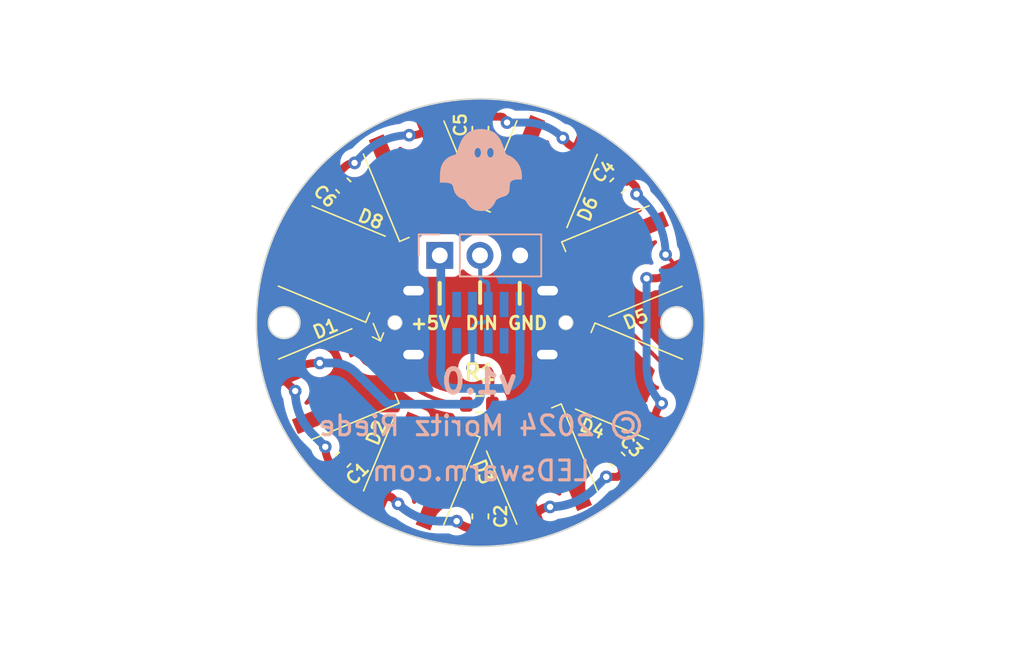
<source format=kicad_pcb>
(kicad_pcb (version 20221018) (generator pcbnew)
  (layers (0 "F.Cu" signal) (31 "B.Cu" signal) (34 "B.Paste" user) (35 "F.Paste" user) (36 "B.SilkS" user "B.Silkscreen") (37 "F.SilkS" user "F.Silkscreen") (38 "B.Mask" user) (39 "F.Mask" user) (44 "Edge.Cuts" user))
  (net 0 "")
  (net 1 "GND")
  (net 2 "Net-(D1-VDD)")
  (net 3 "Net-(D1-DIN)")
  (net 4 "Net-(D1-DOUT)")
  (net 5 "Net-(D2-DOUT)")
  (net 6 "Net-(D3-DOUT)")
  (net 7 "Net-(D4-DOUT)")
  (net 8 "Net-(D5-DOUT)")
  (net 9 "Net-(D6-DOUT)")
  (net 10 "Net-(D7-DOUT)")
  (net 11 "Net-(J1-D+-PadA6)")
  (footprint "Resistor_SMD:R_0603_1608Metric" (layer "F.Cu") (at 49.2 53.806066)
    (fp_text reference "R1" (at 0.05 -2.006066) (layer "F.SilkS") (effects (font (thickness 0.2) bold)))
    (fp_text value "220")
    (fp_line (start -0.237258 -0.5225) (end 0.237258 -0.5225) (stroke (width 0.12)) (layer "F.SilkS"))
    (fp_line (start -0.237258 0.5225) (end 0.237258 0.5225) (stroke (width 0.12)) (layer "F.SilkS"))
    (pad "1" smd roundrect (at -0.825 0) (size 0.8 0.95) (layers "F.Cu" "F.Paste" "F.Mask") (net 3 "Net-(D1-DIN)"))
    (pad "2" smd roundrect (at 0.825 0) (size 0.8 0.95) (layers "F.Cu" "F.Paste" "F.Mask") (net 11 "Net-(J1-D+-PadA6)"))
  )
  (footprint "LED_SMD:LED_SK6812_PLCC4_5.0x5.0mm_P3.2mm" (layer "F.Cu") (at 58.644665 52.53424 157.5)
    (fp_text reference "D4" hide)
    (fp_text value "SK6812" hide)
    (fp_line (start 2.5 -2.75) (end -2.5 -2.75) (stroke (width 0.1)) (layer "F.SilkS"))
    (fp_line (start 3.45 2.1) (end 3.45 2.75) (stroke (width 0.1)) (layer "F.SilkS"))
    (fp_line (start 3.45 2.75) (end -2.525 2.75) (stroke (width 0.1)) (layer "F.SilkS"))
    (pad "1" smd rect (at 2.45 1.6 157.5) (size 1.5 1) (layers "F.Cu" "F.Paste" "F.Mask") (net 1 "GND"))
    (pad "2" smd rect (at 2.45 -1.6 157.5) (size 1.5 1) (layers "F.Cu" "F.Paste" "F.Mask") (net 6 "Net-(D3-DOUT)"))
    (pad "3" smd rect (at -2.45 -1.6 157.5) (size 1.5 1) (layers "F.Cu" "F.Paste" "F.Mask") (net 2 "Net-(D1-VDD)"))
    (pad "4" smd rect (at -2.45 1.6 157.5) (size 1.5 1) (layers "F.Cu" "F.Paste" "F.Mask") (net 7 "Net-(D4-DOUT)"))
  )
  (footprint "Capacitor_SMD:C_0603_1608Metric" (layer "F.Cu") (at 40.605225 57.31206 -135)
    (fp_text reference "C1" (at -0.004833 -1.26057 45) (layer "F.SilkS") (effects (font (size 0.75 0.75))))
    (fp_text value "100nF")
    (fp_line (start -0.14058 -0.51) (end 0.14058 -0.51) (stroke (width 0.12)) (layer "F.SilkS"))
    (fp_line (start -0.14058 0.51) (end 0.14058 0.51) (stroke (width 0.12)) (layer "F.SilkS"))
    (pad "1" smd roundrect (at -0.775 0 225) (size 0.9 0.95) (layers "F.Cu" "F.Paste" "F.Mask") (net 1 "GND"))
    (pad "2" smd roundrect (at 0.775 0 225) (size 0.9 0.95) (layers "F.Cu" "F.Paste" "F.Mask") (net 2 "Net-(D1-VDD)"))
  )
  (footprint "Capacitor_SMD:C_0603_1608Metric" (layer "F.Cu") (at 57.929345 57.31206 -45)
    (fp_text reference "C3" (at 0.006078 -1.225215 135) (layer "F.SilkS") (effects (font (size 0.75 0.75))))
    (fp_text value "100nF")
    (fp_line (start -0.14058 -0.51) (end 0.14058 -0.51) (stroke (width 0.12)) (layer "F.SilkS"))
    (fp_line (start -0.14058 0.51) (end 0.14058 0.51) (stroke (width 0.12)) (layer "F.SilkS"))
    (pad "1" smd roundrect (at -0.775 0 315) (size 0.9 0.95) (layers "F.Cu" "F.Paste" "F.Mask") (net 1 "GND"))
    (pad "2" smd roundrect (at 0.775 0 315) (size 0.9 0.95) (layers "F.Cu" "F.Paste" "F.Mask") (net 2 "Net-(D1-VDD)"))
  )
  (footprint "Capacitor_SMD:C_0603_1608Metric" (layer "F.Cu") (at 40.605225 39.98794 135)
    (fp_text reference "C6" (at 0.34872 -1.285015 135) (layer "F.SilkS") (effects (font (size 0.75 0.75))))
    (fp_text value "100nF")
    (fp_line (start -0.14058 -0.51) (end 0.14058 -0.51) (stroke (width 0.12)) (layer "F.SilkS"))
    (fp_line (start -0.14058 0.51) (end 0.14058 0.51) (stroke (width 0.12)) (layer "F.SilkS"))
    (pad "1" smd roundrect (at -0.775 0 135) (size 0.9 0.95) (layers "F.Cu" "F.Paste" "F.Mask") (net 1 "GND"))
    (pad "2" smd roundrect (at 0.775 0 135) (size 0.9 0.95) (layers "F.Cu" "F.Paste" "F.Mask") (net 2 "Net-(D1-VDD)"))
  )
  (footprint "LED_SMD:LED_SK6812_PLCC4_5.0x5.0mm_P3.2mm" (layer "F.Cu") (at 45.383045 39.27262 -67.5)
    (fp_text reference "D7" hide)
    (fp_text value "SK6812" hide)
    (fp_line (start 2.5 -2.75) (end -2.5 -2.75) (stroke (width 0.1)) (layer "F.SilkS"))
    (fp_line (start 3.45 2.1) (end 3.45 2.75) (stroke (width 0.1)) (layer "F.SilkS"))
    (fp_line (start 3.45 2.75) (end -2.525 2.75) (stroke (width 0.1)) (layer "F.SilkS"))
    (pad "1" smd rect (at 2.45 1.6 292.5) (size 1.5 1) (layers "F.Cu" "F.Paste" "F.Mask") (net 1 "GND"))
    (pad "2" smd rect (at 2.45 -1.6 292.5) (size 1.5 1) (layers "F.Cu" "F.Paste" "F.Mask") (net 9 "Net-(D6-DOUT)"))
    (pad "3" smd rect (at -2.45 -1.6 292.5) (size 1.5 1) (layers "F.Cu" "F.Paste" "F.Mask") (net 2 "Net-(D1-VDD)"))
    (pad "4" smd rect (at -2.45 1.6 292.5) (size 1.5 1) (layers "F.Cu" "F.Paste" "F.Mask") (net 10 "Net-(D7-DOUT)"))
  )
  (footprint "Capacitor_SMD:C_0603_1608Metric" (layer "F.Cu") (at 49.267285 36.4 90)
    (fp_text reference "C5" (at 0.25 -1.267285 90) (layer "F.SilkS") (effects (font (size 0.75 0.75))))
    (fp_text value "100nF")
    (fp_line (start -0.14058 -0.51) (end 0.14058 -0.51) (stroke (width 0.12)) (layer "F.SilkS"))
    (fp_line (start -0.14058 0.51) (end 0.14058 0.51) (stroke (width 0.12)) (layer "F.SilkS"))
    (pad "1" smd roundrect (at -0.775 0 90) (size 0.9 0.95) (layers "F.Cu" "F.Paste" "F.Mask") (net 1 "GND"))
    (pad "2" smd roundrect (at 0.775 0 90) (size 0.9 0.95) (layers "F.Cu" "F.Paste" "F.Mask") (net 2 "Net-(D1-VDD)"))
  )
  (footprint "Capacitor_SMD:C_0603_1608Metric" (layer "F.Cu") (at 49.267285 60.9 -90)
    (fp_text reference "C2" (at 0 -1.282715 90) (layer "F.SilkS") (effects (font (size 0.75 0.75) (thickness 0.15) bold)))
    (fp_text value "100nF")
    (fp_line (start -0.14058 -0.51) (end 0.14058 -0.51) (stroke (width 0.12)) (layer "F.SilkS"))
    (fp_line (start -0.14058 0.51) (end 0.14058 0.51) (stroke (width 0.12)) (layer "F.SilkS"))
    (pad "1" smd roundrect (at -0.775 0 270) (size 0.9 0.95) (layers "F.Cu" "F.Paste" "F.Mask") (net 1 "GND"))
    (pad "2" smd roundrect (at 0.775 0 270) (size 0.9 0.95) (layers "F.Cu" "F.Paste" "F.Mask") (net 2 "Net-(D1-VDD)"))
  )
  (footprint "LED_SMD:LED_SK6812_PLCC4_5.0x5.0mm_P3.2mm" (layer "F.Cu") (at 53.151525 39.27262 -112.5)
    (fp_text reference "D6" hide)
    (fp_text value "SK6812" hide)
    (fp_line (start 2.5 -2.75) (end -2.5 -2.75) (stroke (width 0.1)) (layer "F.SilkS"))
    (fp_line (start 3.45 2.1) (end 3.45 2.75) (stroke (width 0.1)) (layer "F.SilkS"))
    (fp_line (start 3.45 2.75) (end -2.525 2.75) (stroke (width 0.1)) (layer "F.SilkS"))
    (pad "1" smd rect (at 2.45 1.6 247.5) (size 1.5 1) (layers "F.Cu" "F.Paste" "F.Mask") (net 1 "GND"))
    (pad "2" smd rect (at 2.45 -1.6 247.5) (size 1.5 1) (layers "F.Cu" "F.Paste" "F.Mask") (net 8 "Net-(D5-DOUT)"))
    (pad "3" smd rect (at -2.45 -1.6 247.5) (size 1.5 1) (layers "F.Cu" "F.Paste" "F.Mask") (net 2 "Net-(D1-VDD)"))
    (pad "4" smd rect (at -2.45 1.6 247.5) (size 1.5 1) (layers "F.Cu" "F.Paste" "F.Mask") (net 9 "Net-(D6-DOUT)"))
  )
  (footprint "LED_SMD:LED_SK6812_PLCC4_5.0x5.0mm_P3.2mm" (layer "F.Cu") (at 39.889905 44.76576 -22.5)
    (fp_text reference "D8" hide)
    (fp_text value "SK6812" hide)
    (fp_line (start 2.5 -2.75) (end -2.5 -2.75) (stroke (width 0.1)) (layer "F.SilkS"))
    (fp_line (start 3.45 2.1) (end 3.45 2.75) (stroke (width 0.1)) (layer "F.SilkS"))
    (fp_line (start 3.45 2.75) (end -2.525 2.75) (stroke (width 0.1)) (layer "F.SilkS"))
    (pad "1" smd rect (at 2.45 1.6 337.5) (size 1.5 1) (layers "F.Cu" "F.Paste" "F.Mask") (net 1 "GND"))
    (pad "2" smd rect (at 2.45 -1.6 337.5) (size 1.5 1) (layers "F.Cu" "F.Paste" "F.Mask") (net 10 "Net-(D7-DOUT)"))
    (pad "3" smd rect (at -2.45 -1.6 337.5) (size 1.5 1) (layers "F.Cu" "F.Paste" "F.Mask") (net 2 "Net-(D1-VDD)"))
    (pad "4" smd rect (at -2.45 1.6 337.5) (size 1.5 1) (layers "F.Cu" "F.Paste" "F.Mask") (net 10 "Net-(D7-DOUT)"))
  )
  (footprint "LED_SMD:LED_SK6812_PLCC4_5.0x5.0mm_P3.2mm" (layer "F.Cu") (at 39.889905 52.53424 22.5)
    (fp_text reference "1" hide)
    (fp_text value "SK6812" hide)
    (fp_line (start 2.5 -2.75) (end -2.5 -2.75) (stroke (width 0.1)) (layer "F.SilkS"))
    (fp_line (start 3.45 2.1) (end 3.45 2.75) (stroke (width 0.1)) (layer "F.SilkS"))
    (fp_line (start 3.45 2.75) (end -2.525 2.75) (stroke (width 0.1)) (layer "F.SilkS"))
    (pad "1" smd rect (at 2.45 1.6 22.5) (size 1.5 1) (layers "F.Cu" "F.Paste" "F.Mask") (net 1 "GND"))
    (pad "2" smd rect (at 2.45 -1.6 22.5) (size 1.5 1) (layers "F.Cu" "F.Paste" "F.Mask") (net 3 "Net-(D1-DIN)"))
    (pad "3" smd rect (at -2.45 -1.6 22.5) (size 1.5 1) (layers "F.Cu" "F.Paste" "F.Mask") (net 2 "Net-(D1-VDD)"))
    (pad "4" smd rect (at -2.45 1.6 22.5) (size 1.5 1) (layers "F.Cu" "F.Paste" "F.Mask") (net 4 "Net-(D1-DOUT)"))
  )
  (footprint "LED_SMD:LED_SK6812_PLCC4_5.0x5.0mm_P3.2mm" (layer "F.Cu") (at 45.383045 58.02738 67.5)
    (fp_text reference "D2" hide)
    (fp_text value "SK6812" hide)
    (fp_line (start 2.5 -2.75) (end -2.5 -2.75) (stroke (width 0.1)) (layer "F.SilkS"))
    (fp_line (start 3.45 2.1) (end 3.45 2.75) (stroke (width 0.1)) (layer "F.SilkS"))
    (fp_line (start 3.45 2.75) (end -2.525 2.75) (stroke (width 0.1)) (layer "F.SilkS"))
    (pad "1" smd rect (at 2.45 1.6 67.5) (size 1.5 1) (layers "F.Cu" "F.Paste" "F.Mask") (net 1 "GND"))
    (pad "2" smd rect (at 2.45 -1.6 67.5) (size 1.5 1) (layers "F.Cu" "F.Paste" "F.Mask") (net 4 "Net-(D1-DOUT)"))
    (pad "3" smd rect (at -2.45 -1.6 67.5) (size 1.5 1) (layers "F.Cu" "F.Paste" "F.Mask") (net 2 "Net-(D1-VDD)"))
    (pad "4" smd rect (at -2.45 1.6 67.5) (size 1.5 1) (layers "F.Cu" "F.Paste" "F.Mask") (net 5 "Net-(D2-DOUT)"))
  )
  (footprint "LED_SMD:LED_SK6812_PLCC4_5.0x5.0mm_P3.2mm" (layer "F.Cu") (at 53.151525 58.02738 112.5)
    (fp_text reference "D3" hide)
    (fp_text value "SK6812" hide)
    (fp_line (start 2.5 -2.75) (end -2.5 -2.75) (stroke (width 0.1)) (layer "F.SilkS"))
    (fp_line (start 3.45 2.1) (end 3.45 2.75) (stroke (width 0.1)) (layer "F.SilkS"))
    (fp_line (start 3.45 2.75) (end -2.525 2.75) (stroke (width 0.1)) (layer "F.SilkS"))
    (pad "1" smd rect (at 2.45 1.6 112.5) (size 1.5 1) (layers "F.Cu" "F.Paste" "F.Mask") (net 1 "GND"))
    (pad "2" smd rect (at 2.45 -1.6 112.5) (size 1.5 1) (layers "F.Cu" "F.Paste" "F.Mask") (net 5 "Net-(D2-DOUT)"))
    (pad "3" smd rect (at -2.45 -1.6 112.5) (size 1.5 1) (layers "F.Cu" "F.Paste" "F.Mask") (net 2 "Net-(D1-VDD)"))
    (pad "4" smd rect (at -2.45 1.6 112.5) (size 1.5 1) (layers "F.Cu" "F.Paste" "F.Mask") (net 6 "Net-(D3-DOUT)"))
  )
  (footprint "LED_SMD:LED_SK6812_PLCC4_5.0x5.0mm_P3.2mm" (layer "F.Cu") (at 58.644665 44.76576 -157.5)
    (fp_text reference "D5" hide)
    (fp_text value "SK6812" hide)
    (fp_line (start 2.5 -2.75) (end -2.5 -2.75) (stroke (width 0.1)) (layer "F.SilkS"))
    (fp_line (start 3.45 2.1) (end 3.45 2.75) (stroke (width 0.1)) (layer "F.SilkS"))
    (fp_line (start 3.45 2.75) (end -2.525 2.75) (stroke (width 0.1)) (layer "F.SilkS"))
    (pad "1" smd rect (at 2.45 1.6 202.5) (size 1.5 1) (layers "F.Cu" "F.Paste" "F.Mask") (net 1 "GND"))
    (pad "2" smd rect (at 2.45 -1.6 202.5) (size 1.5 1) (layers "F.Cu" "F.Paste" "F.Mask") (net 7 "Net-(D4-DOUT)"))
    (pad "3" smd rect (at -2.45 -1.6 202.5) (size 1.5 1) (layers "F.Cu" "F.Paste" "F.Mask") (net 2 "Net-(D1-VDD)"))
    (pad "4" smd rect (at -2.45 1.6 202.5) (size 1.5 1) (layers "F.Cu" "F.Paste" "F.Mask") (net 8 "Net-(D5-DOUT)"))
  )
  (footprint "Capacitor_SMD:C_0603_1608Metric" (layer "F.Cu") (at 57.929345 39.98794 45)
    (fp_text reference "C4" (at 0.006078 -1.249659 45) (layer "F.SilkS") (effects (font (size 0.75 0.75))))
    (fp_text value "100nF")
    (fp_line (start -0.14058 -0.51) (end 0.14058 -0.51) (stroke (width 0.12)) (layer "F.SilkS"))
    (fp_line (start -0.14058 0.51) (end 0.14058 0.51) (stroke (width 0.12)) (layer "F.SilkS"))
    (pad "1" smd roundrect (at -0.775 0 45) (size 0.9 0.95) (layers "F.Cu" "F.Paste" "F.Mask") (net 1 "GND"))
    (pad "2" smd roundrect (at 0.775 0 45) (size 0.9 0.95) (layers "F.Cu" "F.Paste" "F.Mask") (net 2 "Net-(D1-VDD)"))
  )
  (footprint "Connector_PinHeader_2.54mm:PinHeader_1x03_P2.54mm_Vertical" (layer "B.Cu") (at 46.7 44.4 -90)
    (fp_text reference "REF**" hide)
    (fp_text value "PinHeader_1x03_P2.54mm_Vertical")
    (fp_line (start -1.33 -6.41) (end 1.33 -6.41) (stroke (width 0.12)) (layer "B.SilkS"))
    (fp_line (start -1.33 -1.27) (end -1.33 -6.41) (stroke (width 0.12)) (layer "B.SilkS"))
    (fp_line (start -1.33 -1.27) (end 1.33 -1.27) (stroke (width 0.12)) (layer "B.SilkS"))
    (fp_line (start -1.33 0) (end -1.33 1.33) (stroke (width 0.12)) (layer "B.SilkS"))
    (fp_line (start -1.33 1.33) (end 0 1.33) (stroke (width 0.12)) (layer "B.SilkS"))
    (fp_line (start 1.33 -1.27) (end 1.33 -6.41) (stroke (width 0.12)) (layer "B.SilkS"))
    (pad "1" thru_hole rect (at 0 0 270) (size 1.7 1.7) (drill 1) (layers "*.Cu" "*.Mask") (net 2 "Net-(D1-VDD)"))
    (pad "2" thru_hole oval (at 0 -2.54 270) (size 1.7 1.7) (drill 1) (layers "*.Cu" "*.Mask") (net 11 "Net-(J1-D+-PadA6)"))
    (pad "3" thru_hole oval (at 0 -5.08 270) (size 1.7 1.7) (drill 1) (layers "*.Cu" "*.Mask") (net 1 "GND"))
  )
  (footprint "LEDswarm:GhostIcon" (layer "B.Cu") (at 49.3 39 180)
    (fp_text reference "G***" hide)
    (fp_text value "LOGO" hide)
    (fp_poly (pts (xy 0.078585 2.589884) (xy 0.159198 2.584808) (xy 0.237782 2.576317) (xy 0.257497 2.573587) (xy 0.341062 2.559186) (xy 0.421703 2.540635) (xy 0.49942 2.517934) (xy 0.574211 2.491084) (xy 0.646075 2.460085) (xy 0.715012 2.424938) (xy 0.781019 2.385644) (xy 0.844096 2.342202) (xy 0.904242 2.294614) (xy 0.961455 2.24288) (xy 0.975148 2.229451) (xy 1.019433 2.183148) (xy 1.061328 2.13479) (xy 1.101179 2.083882) (xy 1.139336 2.029929) (xy 1.176147 1.972436) (xy 1.21196 1.910909) (xy 1.247124 1.844851) (xy 1.2504 1.838408) (xy 1.26442 1.810331) (xy 1.277808 1.782644) (xy 1.290732 1.75492) (xy 1.303361 1.726732) (xy 1.315864 1.697653) (xy 1.328409 1.667254) (xy 1.341165 1.635108) (xy 1.3543 1.600789) (xy 1.367984 1.563869) (xy 1.382384 1.52392) (xy 1.397669 1.480516) (xy 1.414008 1.433228) (xy 1.43157 1.38163) (xy 1.437239 1.36484) (xy 1.450538 1.325481) (xy 1.462422 1.290543) (xy 1.473047 1.259617) (xy 1.482568 1.232294) (xy 1.491141 1.208165) (xy 1.49892 1.186822) (xy 1.506063 1.167855) (xy 1.512724 1.150857) (xy 1.519058 1.135417) (xy 1.525222 1.121127) (xy 1.531371 1.107579) (xy 1.537659 1.094364) (xy 1.544244 1.081072) (xy 1.547966 1.07374) (xy 1.557461 1.056114) (xy 1.56787 1.038405) (xy 1.57859 1.021521) (xy 1.589021 1.006365) (xy 1.598561 0.993845) (xy 1.606607 0.984865) (xy 1.607664 0.983865) (xy 1.612228 0.979907) (xy 1.616752 0.976776) (xy 1.62218 0.974099) (xy 1.629455 0.971502) (xy 1.639518 0.968609) (xy 1.653314 0.965048) (xy 1.658123 0.963843) (xy 1.737486 0.941768) (xy 1.813887 0.915959) (xy 1.887219 0.886491) (xy 1.957376 0.853437) (xy 2.024253 0.816871) (xy 2.087744 0.776868) (xy 2.147742 0.733502) (xy 2.204143 0.686845) (xy 2.256839 0.636974) (xy 2.305726 0.583962) (xy 2.350698 0.527882) (xy 2.391648 0.468809) (xy 2.411426 0.436749) (xy 2.444065 0.376913) (xy 2.473403 0.313277) (xy 2.499441 0.24583) (xy 2.522183 0.17456) (xy 2.541633 0.099457) (xy 2.557794 0.02051) (xy 2.570669 -0.062294) (xy 2.579877 -0.144737) (xy 2.581589 -0.164076) (xy 2.583119 -0.182959) (xy 2.584479 -0.201795) (xy 2.585682 -0.220993) (xy 2.586739 -0.240963) (xy 2.587663 -0.262114) (xy 2.588465 -0.284854) (xy 2.589159 -0.309592) (xy 2.589755 -0.336739) (xy 2.590267 -0.366703) (xy 2.590706 -0.399892) (xy 2.591084 -0.436717) (xy 2.591414 -0.477587) (xy 2.591707 -0.522909) (xy 2.591851 -0.548757) (xy 2.593173 -0.796613) (xy 2.433531 -0.798117) (xy 2.388943 -0.798612) (xy 2.348913 -0.799233) (xy 2.312921 -0.800013) (xy 2.280446 -0.800988) (xy 2.250969 -0.802191) (xy 2.223971 -0.803657) (xy 2.19893 -0.805419) (xy 2.175327 -0.807512) (xy 2.152642 -0.809969) (xy 2.130355 -0.812825) (xy 2.107946 -0.816114) (xy 2.084895 -0.819869) (xy 2.074558 -0.821653) (xy 2.025144 -0.831565) (xy 1.980441 -0.84318) (xy 1.940365 -0.856536) (xy 1.904828 -0.871672) (xy 1.873746 -0.888627) (xy 1.847032 -0.907439) (xy 1.8246 -0.928146) (xy 1.816219 -0.937679) (xy 1.803493 -0.955706) (xy 1.791451 -0.978071) (xy 1.780029 -1.004934) (xy 1.769162 -1.036456) (xy 1.758785 -1.072799) (xy 1.753685 -1.093143) (xy 1.743931 -1.133529) (xy 1.735154 -1.169409) (xy 1.727215 -1.20123) (xy 1.719976 -1.22944) (xy 1.713296 -1.254485) (xy 1.707036 -1.276814) (xy 1.701058 -1.296874) (xy 1.695221 -1.315113) (xy 1.689387 -1.331977) (xy 1.683416 -1.347915) (xy 1.67717 -1.363375) (xy 1.670508 -1.378803) (xy 1.663291 -1.394648) (xy 1.655381 -1.411356) (xy 1.653324 -1.415626) (xy 1.63197 -1.457172) (xy 1.609692 -1.494911) (xy 1.5856 -1.530112) (xy 1.558803 -1.564046) (xy 1.528409 -1.597984) (xy 1.517401 -1.609439) (xy 1.477354 -1.647825) (xy 1.434692 -1.683517) (xy 1.389086 -1.71671) (xy 1.340208 -1.747596) (xy 1.287732 -1.77637) (xy 1.231328 -1.803224) (xy 1.17067 -1.828351) (xy 1.108133 -1.851029) (xy 1.086517 -1.858465) (xy 1.069059 -1.864715) (xy 1.055071 -1.870111) (xy 1.043865 -1.874984) (xy 1.034753 -1.879666) (xy 1.027047 -1.88449) (xy 1.02006 -1.889787) (xy 1.013103 -1.895889) (xy 1.010929 -1.897916) (xy 1.001393 -1.907345) (xy 0.991759 -1.917851) (xy 0.98172 -1.929854) (xy 0.970971 -1.943777) (xy 0.959207 -1.960039) (xy 0.946123 -1.979063) (xy 0.931413 -2.001269) (xy 0.914771 -2.027079) (xy 0.897571 -2.054244) (xy 0.873383 -2.092438) (xy 0.851361 -2.126607) (xy 0.831194 -2.157163) (xy 0.812572 -2.184515) (xy 0.795183 -2.209073) (xy 0.778716 -2.231246) (xy 0.76286 -2.251444) (xy 0.747305 -2.270077) (xy 0.731739 -2.287554) (xy 0.715852 -2.304287) (xy 0.699332 -2.320683) (xy 0.685213 -2.334055) (xy 0.632686 -2.379741) (xy 0.578291 -2.420809) (xy 0.521895 -2.457317) (xy 0.463365 -2.489327) (xy 0.402566 -2.516898) (xy 0.339365 -2.54009) (xy 0.273629 -2.558963) (xy 0.205223 -2.573577) (xy 0.134014 -2.583991) (xy 0.125693 -2.584917) (xy 0.100837 -2.587141) (xy 0.072305 -2.58893) (xy 0.041484 -2.590251) (xy 0.00976 -2.591071) (xy -0.021478 -2.591355) (xy -0.050846 -2.591069) (xy -0.076955 -2.59018) (xy -0.081113 -2.589958) (xy -0.154376 -2.583818) (xy -0.225007 -2.57388) (xy -0.292793 -2.560192) (xy -0.357523 -2.542799) (xy -0.418983 -2.521749) (xy -0.450714 -2.508887) (xy -0.505267 -2.482949) (xy -0.55699 -2.4531) (xy -0.606001 -2.419233) (xy -0.652415 -2.381244) (xy -0.696349 -2.339027) (xy -0.737919 -2.292477) (xy -0.777242 -2.241489) (xy -0.814434 -2.185957) (xy -0.822827 -2.172319) (xy -0.828342 -2.162845) (xy -0.835731 -2.14959) (xy -0.844589 -2.133313) (xy -0.854512 -2.114769) (xy -0.865093 -2.094716) (xy -0.875927 -2.073911) (xy -0.885113 -2.05604) (xy -0.896449 -2.034103) (xy -0.907779 -2.012656) (xy -0.918705 -1.99242) (xy -0.928831 -1.974118) (xy -0.937758 -1.958471) (xy -0.945089 -1.946201) (xy -0.948726 -1.940505) (xy -0.97095 -1.910468) (xy -0.996078 -1.882978) (xy -1.024554 -1.857669) (xy -1.056823 -1.834174) (xy -1.093329 -1.812128) (xy -1.123612 -1.796394) (xy -1.138796 -1.789104) (xy -1.154253 -1.781987) (xy -1.170378 -1.774896) (xy -1.18756 -1.767683) (xy -1.206192 -1.760202) (xy -1.226667 -1.752307) (xy -1.249375 -1.74385) (xy -1.274709 -1.734685) (xy -1.30306 -1.724665) (xy -1.33482 -1.713643) (xy -1.370382 -1.701473) (xy -1.410137 -1.688007) (xy -1.438478 -1.678468) (xy -1.469087 -1.668121) (xy -1.495412 -1.65904) (xy -1.518015 -1.650978) (xy -1.53746 -1.643687) (xy -1.55431 -1.636919) (xy -1.569127 -1.630425) (xy -1.582476 -1.623958) (xy -1.594918 -1.61727) (xy -1.607016 -1.610112) (xy -1.619334 -1.602237) (xy -1.632435 -1.593396) (xy -1.633999 -1.592319) (xy -1.647377 -1.582132) (xy -1.662547 -1.569005) (xy -1.678514 -1.553946) (xy -1.694281 -1.537962) (xy -1.70885 -1.522059) (xy -1.721227 -1.507244) (xy -1.729707 -1.495612) (xy -1.746548 -1.467776) (xy -1.76125 -1.438501) (xy -1.773972 -1.407257) (xy -1.784872 -1.37351) (xy -1.794111 -1.336731) (xy -1.801846 -1.296386) (xy -1.808238 -1.251945) (xy -1.811627 -1.221788) (xy -1.812624 -1.210561) (xy -1.813785 -1.195061) (xy -1.815059 -1.176088) (xy -1.816398 -1.154443) (xy -1.817753 -1.130926) (xy -1.819075 -1.106339) (xy -1.820315 -1.081482) (xy -1.820645 -1.074512) (xy -1.822156 -1.042733) (xy -1.823537 -1.015436) (xy -1.824836 -0.992029) (xy -1.826106 -0.971918) (xy -1.827396 -0.954511) (xy -1.828757 -0.939214) (xy -1.83024 -0.925435) (xy -1.831895 -0.912581) (xy -1.833773 -0.900059) (xy -1.835925 -0.887276) (xy -1.837296 -0.879637) (xy -1.84471 -0.845156) (xy -1.853745 -0.814879) (xy -1.864745 -0.788096) (xy -1.878055 -0.764097) (xy -1.89402 -0.742171) (xy -1.912985 -0.721606) (xy -1.914943 -0.71971) (xy -1.938373 -0.699655) (xy -1.964945 -0.681557) (xy -1.994889 -0.665332) (xy -2.028436 -0.650899) (xy -2.065817 -0.638176) (xy -2.107264 -0.627079) (xy -2.153006 -0.617528) (xy -2.203275 -0.609439) (xy -2.236872 -0.605116) (xy -2.245887 -0.604195) (xy -2.256576 -0.603382) (xy -2.269339 -0.602664) (xy -2.284576 -0.60203) (xy -2.302685 -0.601469) (xy -2.324065 -0.600969) (xy -2.349118 -0.600518) (xy -2.378241 -0.600106) (xy -2.411834 -0.59972) (xy -2.43132 -0.599525) (xy -2.591292 -0.597991) (xy -2.592055 -0.495152) (xy -2.592163 -0.44067) (xy -2.591611 -0.390597) (xy -2.59035 -0.3443) (xy -2.588331 -0.301147) (xy -2.585505 -0.260504) (xy -2.581825 -0.221739) (xy -2.57724 -0.184219) (xy -2.571703 -0.147312) (xy -2.565164 -0.110384) (xy -2.560668 -0.087604) (xy -2.540722 -0.002246) (xy -2.516291 0.08073) (xy -2.487372 0.161335) (xy -2.453959 0.239575) (xy -2.41605 0.315462) (xy -2.37364 0.389003) (xy -2.326725 0.460209) (xy -2.298527 0.499008) (xy -2.246268 0.564344) (xy -2.190587 0.625942) (xy -2.131563 0.68374) (xy -2.069277 0.737679) (xy -2.003807 0.787697) (xy -1.935235 0.833735) (xy -1.863639 0.87573) (xy -1.7891 0.913623) (xy -1.711697 0.947352) (xy -1.70566 0.94976) (xy -1.685257 0.957955) (xy -1.668908 0.964851) (xy -1.655889 0.970861) (xy -1.645471 0.976396) (xy -1.636929 0.98187) (xy -1.629537 0.987694) (xy -1.622567 0.994281) (xy -1.617149 1.000003) (xy -1.606368 1.012546) (xy -1.595797 1.026532) (xy -1.585303 1.042251) (xy -1.574756 1.059994) (xy -1.565964 1.076426) (xy -0.796481 1.076426) (xy -0.793231 1.03912) (xy -0.786907 1.003168) (xy -0.777704 0.968937) (xy -0.76582 0.936788) (xy -0.75145 0.907088) (xy -0.734793 0.880198) (xy -0.716043 0.856484) (xy -0.695399 0.836309) (xy -0.673055 0.820037) (xy -0.649209 0.808032) (xy -0.627191 0.801298) (xy -0.609001 0.798299) (xy -0.592513 0.797923) (xy -0.575089 0.800161) (xy -0.570386 0.801105) (xy -0.545567 0.808892) (xy -0.521501 0.821423) (xy -0.498626 0.838372) (xy -0.477378 0.859415) (xy -0.458196 0.884225) (xy -0.457724 0.884924) (xy -0.439112 0.916918) (xy -0.423942 0.952081) (xy -0.412297 0.989776) (xy -0.404257 1.029366) (xy -0.399905 1.070212) (xy -0.399434 1.103652) (xy 0.000265 1.103652) (xy 0.001276 1.065586) (xy 0.005565 1.028362) (xy 0.012953 0.992421) (xy 0.023261 0.958202) (xy 0.03631 0.926144) (xy 0.051921 0.896686) (xy 0.069917 0.87027) (xy 0.090117 0.847333) (xy 0.112343 0.828316) (xy 0.136276 0.813728) (xy 0.160547 0.803854) (xy 0.184248 0.798766) (xy 0.208159 0.798357) (xy 0.22704 0.801127) (xy 0.252768 0.809137) (xy 0.277105 0.821829) (xy 0.299858 0.83895) (xy 0.320832 0.860247) (xy 0.339835 0.885468) (xy 0.356671 0.914359) (xy 0.371148 0.946667) (xy 0.383073 0.98214) (xy 0.391284 1.015695) (xy 0.393463 1.027005) (xy 0.395051 1.037336) (xy 0.396136 1.047864) (xy 0.396805 1.05976) (xy 0.397146 1.074197) (xy 0.397246 1.092351) (xy 0.397246 1.095681) (xy 0.396974 1.11992) (xy 0.396081 1.14045) (xy 0.394394 1.158621) (xy 0.391741 1.175781) (xy 0.38795 1.19328) (xy 0.382849 1.212469) (xy 0.381946 1.215624) (xy 0.369409 1.252153) (xy 0.353893 1.28482) (xy 0.335171 1.314032) (xy 0.313016 1.340195) (xy 0.311057 1.3422) (xy 0.289917 1.361517) (xy 0.269068 1.376128) (xy 0.247895 1.386322) (xy 0.225786 1.392393) (xy 0.202129 1.394629) (xy 0.2006 1.394648) (xy 0.174573 1.392494) (xy 0.149708 1.385552) (xy 0.125825 1.373747) (xy 0.102743 1.356999) (xy 0.09403 1.349215) (xy 0.071012 1.324148) (xy 0.050972 1.295167) (xy 0.034037 1.262562) (xy 0.020335 1.226622) (xy 0.009993 1.187637) (xy 0.003139 1.145896) (xy 0.002709 1.142122) (xy 0.000265 1.103652) (xy -0.399434 1.103652) (xy -0.399321 1.111676) (xy -0.402588 1.153122) (xy -0.409787 1.193911) (xy -0.41541 1.21569) (xy -0.427187 1.249891) (xy -0.441837 1.281342) (xy -0.459072 1.309701) (xy -0.478608 1.33463) (xy -0.500157 1.355789) (xy -0.523434 1.372836) (xy -0.548153 1.385434) (xy -0.562441 1.390395) (xy -0.580598 1.393822) (xy -0.600947 1.394628) (xy -0.621349 1.392852) (xy -0.638064 1.389053) (xy -0.657025 1.381741) (xy -0.674592 1.37193) (xy -0.691887 1.358888) (xy -0.709717 1.3422) (xy -0.733015 1.315007) (xy -0.752807 1.284246) (xy -0.769028 1.250085) (xy -0.781616 1.21269) (xy -0.790507 1.172225) (xy -0.795637 1.128857) (xy -0.79646 1.114725) (xy -0.796481 1.076426) (xy -1.565964 1.076426) (xy -1.564023 1.080053) (xy -1.552974 1.102717) (xy -1.541477 1.128278) (xy -1.5294 1.157028) (xy -1.516613 1.189255) (xy -1.502982 1.225253) (xy -1.488378 1.265311) (xy -1.472669 1.30972) (xy -1.457992 1.352144) (xy -1.445418 1.388703) (xy -1.433062 1.424426) (xy -1.421107 1.458787) (xy -1.409738 1.491262) (xy -1.399142 1.521324) (xy -1.389503 1.548448) (xy -1.381005 1.572108) (xy -1.373834 1.591778) (xy -1.370417 1.600989) (xy -1.34265 1.672502) (xy -1.31389 1.741372) (xy -1.28435 1.807147) (xy -1.254244 1.869374) (xy -1.223788 1.927597) (xy -1.193195 1.981364) (xy -1.182023 1.999812) (xy -1.137986 2.066932) (xy -1.091187 2.129836) (xy -1.04157 2.188566) (xy -0.989076 2.243162) (xy -0.933649 2.293664) (xy -0.875232 2.340111) (xy -0.813767 2.382546) (xy -0.749196 2.421007) (xy -0.681463 2.455536) (xy -0.610511 2.486172) (xy -0.536281 2.512957) (xy -0.458717 2.535929) (xy -0.39993 2.550321) (xy -0.325055 2.5651) (xy -0.247092 2.576645) (xy -0.166894 2.584926) (xy -0.085313 2.589913) (xy -0.003203 2.591576)) (fill solid) (layer "B.SilkS"))
  )
  (footprint "Connector_USB:Hanbo-Electronic-MC-118LS-H100 USB-C Socket" (layer "B.Cu") (at 49.267285 48.65 180)
    (fp_text reference "NoUSB" hide)
    (fp_text value "Female LED Connector (No USB)")
    (fp_circle (center -5.4 0) (end -4.95 0) (stroke (width 0.05)) (fill none) (layer "Edge.Cuts"))
    (fp_circle (center 5.4 0) (end 5.85 0) (stroke (width 0.05)) (fill none) (layer "Edge.Cuts"))
    (pad "1" thru_hole roundrect (at -4.25 2.02 180) (size 1.85 1) (drill oval 1.3 0.6 (offset 0.1 0)) (layers "*.Cu" "*.Mask") (roundrect_rratio 0.5) (net 1 "GND"))
    (pad "2" thru_hole roundrect (at -4.225 -2.02 180) (size 1.85 1) (drill oval 1.3 0.6 (offset 0.075 0)) (layers "*.Cu" "*.Mask") (roundrect_rratio 0.5) (net 1 "GND"))
    (pad "3" thru_hole roundrect (at 4.225 -2.02 180) (size 1.85 1) (drill oval 1.3 0.6 (offset -0.075 0)) (layers "*.Cu" "*.Mask") (roundrect_rratio 0.5) (net 1 "GND"))
    (pad "3" thru_hole roundrect (at 4.225 2.02 180) (size 1.85 1) (drill oval 1.3 0.6 (offset -0.075 0)) (layers "*.Cu" "*.Mask") (roundrect_rratio 0.5) (net 1 "GND"))
    (pad "A1" smd rect (at -3.5 1.15 180) (size 0.55 1.6) (layers "B.Cu" "B.Paste" "B.Mask") (net 1 "GND"))
    (pad "A4" smd rect (at -2.5 1.15 180) (size 0.55 1.6) (layers "B.Cu" "B.Paste" "B.Mask") (net 2 "Net-(D1-VDD)"))
    (pad "A5" smd rect (at -1.5 1.15 180) (size 0.55 1.6) (layers "B.Cu" "B.Paste" "B.Mask"))
    (pad "A6" smd rect (at -0.5 1.15 180) (size 0.55 1.6) (layers "B.Cu" "B.Paste" "B.Mask") (net 11 "Net-(J1-D+-PadA6)"))
    (pad "A7" smd rect (at 0.5 1.15 180) (size 0.55 1.6) (layers "B.Cu" "B.Paste" "B.Mask"))
    (pad "A8" smd rect (at 1.5 1.15 180) (size 0.55 1.6) (layers "B.Cu" "B.Paste" "B.Mask"))
    (pad "A9" smd rect (at 2.5 1.15 180) (size 0.55 1.6) (layers "B.Cu" "B.Paste" "B.Mask") (net 2 "Net-(D1-VDD)"))
    (pad "A12" smd rect (at 3.5 1.15 180) (size 0.55 1.6) (layers "B.Cu" "B.Paste" "B.Mask") (net 1 "GND"))
    (pad "B1" smd rect (at 3.5 -1.15 180) (size 0.55 1.6) (layers "B.Cu" "B.Paste" "B.Mask") (net 1 "GND"))
    (pad "B4" smd rect (at 2.5 -1.15 180) (size 0.55 1.6) (layers "B.Cu" "B.Paste" "B.Mask") (net 2 "Net-(D1-VDD)"))
    (pad "B5" smd rect (at 1.5 -1.15 180) (size 0.55 1.6) (layers "B.Cu" "B.Paste" "B.Mask"))
    (pad "B6" smd rect (at 0.5 -1.15 180) (size 0.55 1.6) (layers "B.Cu" "B.Paste" "B.Mask") (net 11 "Net-(J1-D+-PadA6)"))
    (pad "B7" smd rect (at -0.5 -1.15 180) (size 0.55 1.6) (layers "B.Cu" "B.Paste" "B.Mask"))
    (pad "B8" smd rect (at -1.5 -1.15 180) (size 0.55 1.6) (layers "B.Cu" "B.Paste" "B.Mask"))
    (pad "B9" smd rect (at -2.5 -1.15 180) (size 0.55 1.6) (layers "B.Cu" "B.Paste" "B.Mask") (net 2 "Net-(D1-VDD)"))
    (pad "B12" smd rect (at -3.5 -1.15 180) (size 0.55 1.6) (layers "B.Cu" "B.Paste" "B.Mask") (net 1 "GND"))
  )
  (gr_line (start 49.25 47.4125) (end 49.25 46.0875) (stroke (width 0.25)) (layer "F.SilkS"))
  (gr_line (start 51.75 47.4625) (end 51.75 46.1375) (stroke (width 0.25)) (layer "F.SilkS"))
  (gr_line (start 42.5 48.7) (end 42.95 49.8) (stroke (width 0.1)) (layer "F.SilkS"))
  (gr_line (start 46.7 47.4625) (end 46.7 46.1375) (stroke (width 0.25)) (layer "F.SilkS"))
  (gr_line (start 42.95 49.8) (end 43.15 49.3) (stroke (width 0.1)) (layer "F.SilkS"))
  (gr_line (start 42.95 49.8) (end 42.45 49.55) (stroke (width 0.1)) (layer "F.SilkS"))
  (gr_circle (center 36.867285 48.65) (end 37.867285 48.65) (stroke (width 0.1)) (fill none) (layer "Edge.Cuts"))
  (gr_circle (center 61.667285 48.65) (end 62.667285 48.65) (stroke (width 0.1)) (fill none) (layer "Edge.Cuts"))
  (gr_circle (center 49.267285 48.65) (end 63.417285 48.65) (stroke (width 0.1)) (fill none) (layer "Edge.Cuts"))
  (gr_text "LEDswarm.com" (at 49.3 58.75) (layer "B.SilkS") (effects (font (size 1.25 1.25) (thickness 0.2) bold) (justify bottom mirror)))
  (gr_text "© 2024 Moritz Riede" (at 49.3 55.9) (layer "B.SilkS") (effects (font (size 1.25 1.25) (thickness 0.2) bold) (justify bottom mirror)))
  (gr_text "v1.0" (at 49.2 53.25) (layer "B.SilkS") (effects (font (size 1.5 1.5) (thickness 0.3) bold) (justify bottom mirror)))
  (gr_text "D6" (at 56.15 42.45 67.5) (layer "F.SilkS") (effects (font (size 0.8 0.8)) (justify left bottom)))
  (gr_text "DIN" (at 49.35 49.15) (layer "F.SilkS") (effects (font (size 0.8 0.8) (thickness 0.175) bold) (justify bottom)))
  (gr_text "D7" (at 48.3 38.65 292.5) (layer "F.SilkS") (effects (font (size 0.8 0.8)) (justify left bottom)))
  (gr_text "D4" (at 55.35 55.45 -22.5) (layer "F.SilkS") (effects (font (size 0.8 0.8)) (justify left bottom)))
  (gr_text "GND" (at 52.25 49.15) (layer "F.SilkS") (effects (font (size 0.8 0.8) (thickness 0.175) bold) (justify bottom)))
  (gr_text "D2" (at 42.8 56.6 67.5) (layer "F.SilkS") (effects (font (size 0.8 0.8)) (justify left bottom)))
  (gr_text "D3" (at 48.65 57.45 -67.5) (layer "F.SilkS") (effects (font (size 0.8 0.8)) (justify left bottom)))
  (gr_text "D8" (at 41.35 42.2 337.5) (layer "F.SilkS") (effects (font (size 0.8 0.8)) (justify left bottom)))
  (gr_text "D1" (at 38.85 49.8 22.5) (layer "F.SilkS") (effects (font (size 0.8 0.8)) (justify left bottom)))
  (gr_text "D5" (at 58.45 49.2 22.5) (layer "F.SilkS") (effects (font (size 0.8 0.8)) (justify left bottom)))
  (gr_text "+5V" (at 47.45 49.15) (layer "F.SilkS") (effects (font (size 0.8 0.8) (thickness 0.175) bold) (justify right bottom)))
  (arc (start 53.517285 46.63) (mid 53.498782 46.65769) (end 53.492285 46.690355) (width 0.25) (layer "F.Cu") (net 1))
  (segment (start 48.914036 61.675) (end 49.267285 61.675) (width 0.55) (layer "F.Cu") (net 2))
  (segment (start 40.011853 57.814705) (end 40.057217 57.860068) (width 0.25) (layer "F.Cu") (net 2))
  (segment (start 61.235347 44.618062) (end 60.967285 44.35) (width 0.25) (layer "F.Cu") (net 2))
  (segment (start 37.567285 52.970551) (end 37.014107 52.417373) (width 0.5) (layer "F.Cu") (net 2))
  (segment (start 50.95 36) (end 50.95 35.924845) (width 0.5) (layer "F.Cu") (net 2))
  (segment (start 54.476688 37.007447) (end 54.815467 37.346226) (width 0.5) (layer "F.Cu") (net 2))
  (segment (start 42.967263 59.678591) (end 43.645876 59.678591) (width 0.5) (layer "F.Cu") (net 2))
  (segment (start 43.645876 59.678591) (end 44.067285 60.1) (width 0.5) (layer "F.Cu") (net 2))
  (segment (start 61.162704 45.454582) (end 61.117285 45.5) (width 0.25) (layer "F.Cu") (net 2))
  (segment (start 59.046981 40.009559) (end 58.477353 39.439932) (width 0.5) (layer "F.Cu") (net 2))
  (segment (start 59.138352 40.518095) (end 59.138352 40.510927) (width 0.5) (layer "F.Cu") (net 2))
  (segment (start 39.92088 39.496404) (end 39.417285 40) (width 0.5) (layer "F.Cu") (net 2))
  (segment (start 39.467285 56.5) (end 39.512648 56.545363) (width 0.25) (layer "F.Cu") (net 2))
  (segment (start 38.930095 51.2) (end 39.117285 51.2) (width 0.25) (layer "F.Cu") (net 2))
  (segment (start 60.295876 54.950022) (end 60.295876 54.767371) (width 0.5) (layer "F.Cu") (net 2))
  (segment (start 40.685424 38.811726) (end 40.057217 39.439932) (width 0.5) (layer "F.Cu") (net 2))
  (segment (start 49.267285 35.625) (end 47.787021 35.625) (width 0.5) (layer "F.Cu") (net 2))
  (segment (start 54.476688 36.973312) (end 54.476688 37.007447) (width 0.5) (layer "F.Cu") (net 2))
  (segment (start 47.767285 61.2) (end 47.767285 61.3) (width 0.55) (layer "F.Cu") (net 2))
  (segment (start 50.515509 35.625) (end 49.267285 35.625) (width 0.5) (layer "F.Cu") (net 2))
  (segment (start 59.317285 57) (end 59.538291 56.778994) (width 0.5) (layer "F.Cu") (net 2))
  (segment (start 50.95 35.924845) (end 50.679946 35.654791) (width 0.5) (layer "F.Cu") (net 2))
  (segment (start 52.693928 60.903178) (end 52.610892 60.903178) (width 0.55) (layer "F.Cu") (net 2))
  (segment (start 44.950321 36.8) (end 44.767285 36.8) (width 0.5) (layer "F.Cu") (net 2))
  (segment (start 52.893598 60.620471) (end 52.610892 60.903178) (width 0.55) (layer "F.Cu") (net 2))
  (segment (start 60.717285 53.75) (end 60.7 53.75) (width 0.5) (layer "F.Cu") (net 2))
  (segment (start 49.267285 61.675) (end 50.747549 61.675) (width 0.55) (layer "F.Cu") (net 2))
  (segment (start 57.896575 58.4) (end 57.217285 58.4) (width 0.5) (layer "F.Cu") (net 2))
  (segment (start 52.610892 60.806393) (end 52.610892 60.903178) (width 0.55) (layer "F.Cu") (net 2))
  (segment (start 52.864107 60.903178) (end 52.610892 60.903178) (width 0.55) (layer "F.Cu") (net 2))
  (segment (start 60.272311 45.85) (end 59.767285 45.85) (width 0.5) (layer "F.Cu") (net 2))
  (segment (start 58.456236 57.911049) (end 58.017285 58.35) (width 0.5) (layer "F.Cu") (net 2))
  (segment (start 58.477353 39.439932) (end 57.430654 38.393233) (width 0.5) (layer "F.Cu") (net 2))
  (segment (start 40.057217 57.860068) (end 41.103916 58.906767) (width 0.5) (layer "F.Cu") (net 2))
  (segment (start 37.014107 52.417373) (end 37.014107 51.993607) (width 0.5) (layer "F.Cu") (net 2))
  (segment (start 39.417285 40) (end 39.06699 40.350295) (width 0.5) (layer "F.Cu") (net 2))
  (segment (start 58.491591 57.825693) (end 59.317285 57) (width 0.5) (layer "F.Cu") (net 2))
  (segment (start 59.131447 40.213477) (end 59.131447 40.525) (width 0.5) (layer "F.Cu") (net 2))
  (segment (start 59.131447 40.525) (end 59.138352 40.518095) (width 0.5) (layer "F.Cu") (net 2))
  (via (at 41.317285 38.55) (size 0.8) (drill 0.4) (layers "F.Cu" "B.Cu") (net 2))
  (via (at 44.767285 36.8) (size 0.8) (drill 0.4) (layers "F.Cu" "B.Cu") (net 2))
  (via (at 57.217285 58.4) (size 0.8) (drill 0.4) (layers "F.Cu" "B.Cu") (net 2))
  (via (at 60.967285 44.35) (size 0.8) (drill 0.4) (layers "F.Cu" "B.Cu") (net 2))
  (via (at 39.117285 51.2) (size 0.8) (drill 0.4) (layers "F.Cu" "B.Cu") (net 2))
  (via (at 53.667285 60.3) (size 0.8) (drill 0.4) (layers "F.Cu" "B.Cu") (net 2))
  (via (at 50.95 36) (size 0.8) (drill 0.4) (layers "F.Cu" "B.Cu") (net 2))
  (via (at 44.067285 60.1) (size 0.8) (drill 0.4) (layers "F.Cu" "B.Cu") (net 2))
  (via (at 39.467285 56.5) (size 0.8) (drill 0.4) (layers "F.Cu" "B.Cu") (net 2))
  (via (at 59.767285 45.85) (size 0.8) (drill 0.4) (layers "F.Cu" "B.Cu") (net 2))
  (via (at 37.567285 52.970551) (size 0.8) (drill 0.4) (layers "F.Cu" "B.Cu") (net 2))
  (via (at 54.476688 36.973312) (size 0.8) (drill 0.4) (layers "F.Cu" "B.Cu") (net 2))
  (via (at 60.717285 53.75) (size 0.8) (drill 0.4) (layers "F.Cu" "B.Cu") (net 2))
  (via (at 47.767285 61.2) (size 0.8) (drill 0.4) (layers "F.Cu" "B.Cu") (net 2))
  (via (at 59.131447 40.525) (size 0.8) (drill 0.4) (layers "F.Cu" "B.Cu") (net 2))
  (arc (start 61.520463 45.306393) (mid 61.446364 44.933871) (end 61.235347 44.618062) (width 0.25) (layer "F.Cu") (net 2))
  (arc (start 47.767285 61.2) (mid 48.293418 61.551551) (end 48.914036 61.675) (width 0.55) (layer "F.Cu") (net 2))
  (arc (start 45.923678 36.396822) (mid 45.477098 36.695217) (end 44.950321 36.8) (width 0.5) (layer "F.Cu") (net 2))
  (arc (start 60.295876 54.767371) (mid 60.405396 54.216774) (end 60.717285 53.75) (width 0.5) (layer "F.Cu") (net 2))
  (arc (start 53.667285 60.3) (mid 53.248569 60.383288) (end 52.893598 60.620471) (width 0.55) (layer "F.Cu") (net 2))
  (arc (start 50.679946 35.654791) (mid 50.598769 35.633202) (end 50.515509 35.625) (width 0.5) (layer "F.Cu") (net 2))
  (arc (start 57.430654 38.393233) (mid 56.575744 37.822) (end 55.567307 37.621409) (width 0.5) (layer "F.Cu") (net 2))
  (arc (start 50.747549 61.675) (mid 51.755982 61.474411) (end 52.610892 60.903178) (width 0.55) (layer "F.Cu") (net 2))
  (arc (start 58.017285 58.35) (mid 57.961903 58.387005) (end 57.896575 58.4) (width 0.5) (layer "F.Cu") (net 2))
  (arc (start 37.014107 51.993607) (mid 37.893154 51.40626) (end 38.930095 51.2) (width 0.5) (layer "F.Cu") (net 2))
  (arc (start 61.117285 45.5) (mid 60.729608 45.759037) (end 60.272311 45.85) (width 0.5) (layer "F.Cu") (net 2))
  (arc (start 49.192285 61.75) (mid 49.245318 61.728033) (end 49.267285 61.675) (width 0.55) (layer "F.Cu") (net 2))
  (arc (start 47.787021 35.625) (mid 46.778588 35.825589) (end 45.923678 36.396822) (width 0.5) (layer "F.Cu") (net 2))
  (arc (start 39.467285 56.5) (mid 39.608814 57.211513) (end 40.011853 57.814705) (width 0.5) (layer "F.Cu") (net 2))
  (arc (start 37.014107 51.993607) (mid 36.699592 52.056168) (end 36.432959 52.234327) (width 0.25) (layer "F.Cu") (net 2))
  (arc (start 58.477353 57.860068) (mid 58.471865 57.887659) (end 58.456236 57.911049) (width 0.5) (layer "F.Cu") (net 2))
  (arc (start 39.06699 40.350295) (mid 38.453961 41.267757) (end 38.238694 42.349978) (width 0.5) (layer "F.Cu") (net 2))
  (arc (start 61.520463 45.306393) (mid 61.326845 45.344906) (end 61.162704 45.454582) (width 0.25) (layer "F.Cu") (net 2))
  (arc (start 41.103916 58.906767) (mid 41.958826 59.478) (end 42.967263 59.678591) (width 0.5) (layer "F.Cu") (net 2))
  (arc (start 58.477353 57.860068) (mid 58.481053 57.841465) (end 58.491591 57.825693) (width 0.5) (layer "F.Cu") (net 2))
  (arc (start 59.046981 40.009559) (mid 59.109494 40.103117) (end 59.131447 40.213477) (width 0.5) (layer "F.Cu") (net 2))
  (arc (start 59.538291 56.778994) (mid 60.098986 55.939855) (end 60.295876 54.950022) (width 0.5) (layer "F.Cu") (net 2))
  (arc (start 41.317285 38.55) (mid 40.975324 38.61802) (end 40.685424 38.811726) (width 0.5) (layer "F.Cu") (net 2))
  (arc (start 40.057217 39.439932) (mid 39.983432 39.454609) (end 39.92088 39.496404) (width 0.5) (layer "F.Cu") (net 2))
  (arc (start 54.815467 37.346226) (mid 55.167375 37.549995) (end 55.567307 37.621409) (width 0.5) (layer "F.Cu") (net 2))
  (segment (start 59.560735 40.954288) (end 59.131447 40.525) (width 0.5) (layer "B.Cu") (net 2))
  (segment (start 56.484011 59.133274) (end 57.217285 58.4) (width 0.55) (layer "B.Cu") (net 2))
  (segment (start 37.696997 52.989694) (end 37.586428 52.989694) (width 0.5) (layer "B.Cu") (net 2))
  (segment (start 54.42774 36.924594) (end 54.476458 36.973312) (width 0.5) (layer "B.Cu") (net 2))
  (segment (start 51.767285 47.5) (end 51.767285 49.8) (width 0.55) (layer "B.Cu") (net 2))
  (segment (start 46.767285 51.155026) (end 46.767285 49.8) (width 0.55) (layer "B.Cu") (net 2))
  (segment (start 50.605026 52.806066) (end 49.25 52.806066) (width 0.55) (layer "B.Cu") (net 2))
  (segment (start 39.467285 56.496882) (end 38.584462 55.614059) (width 0.55) (layer "B.Cu") (net 2))
  (segment (start 59.767285 51.456498) (end 59.767285 45.85) (width 0.5) (layer "B.Cu") (net 2))
  (segment (start 46.75 51.761092) (end 46.75 51.196755) (width 0.55) (layer "B.Cu") (net 2))
  (segment (start 49.25 52.806066) (end 47.582842 52.806066) (width 0.55) (layer "B.Cu") (net 2))
  (segment (start 47.767285 61.2) (end 46.722919 61.2) (width 0.55) (layer "B.Cu") (net 2))
  (segment (start 54.476458 36.973312) (end 54.476688 36.973312) (width 0.5) (layer "B.Cu") (net 2))
  (segment (start 41.865204 38.002081) (end 41.317285 38.55) (width 0.5) (layer "B.Cu") (net 2))
  (segment (start 51.767285 49.8) (end 51.767285 51.2) (width 0.55) (layer "B.Cu") (net 2))
  (segment (start 51.75 51.806066) (end 51.75 51.241729) (width 0.55) (layer "B.Cu") (net 2))
  (segment (start 51.502513 52.403554) (end 51.45 52.456066) (width 0.55) (layer "B.Cu") (net 2))
  (segment (start 46.767285 47.5) (end 46.767285 49.8) (width 0.55) (layer "B.Cu") (net 2))
  (segment (start 51.767285 47.239949) (end 51.767285 47.5) (width 0.25) (layer "B.Cu") (net 2))
  (segment (start 39.467285 56.5) (end 39.467285 56.496882) (width 0.55) (layer "B.Cu") (net 2))
  (segment (start 37.586428 52.989694) (end 37.567285 52.970551) (width 0.5) (layer "B.Cu") (net 2))
  (segment (start 43.268934 53.668934) (end 42.15 52.55) (width 0.55) (layer "B.Cu") (net 2))
  (segment (start 42.15 52.55) (end 41.402076 51.802077) (width 0.55) (layer "B.Cu") (net 2))
  (segment (start 48.737868 53.806066) (end 43.6 53.806066) (width 0.55) (layer "B.Cu") (net 2))
  (segment (start 49.25 52.806066) (end 49.25 53.293934) (width 0.55) (layer "B.Cu") (net 2))
  (segment (start 39.948534 51.2) (end 39.117285 51.2) (width 0.55) (layer "B.Cu") (net 2))
  (segment (start 46.767285 44.3) (end 46.717285 44.25) (width 0.25) (layer "B.Cu") (net 2))
  (segment (start 52.126905 36) (end 50.95 36) (width 0.5) (layer "B.Cu") (net 2))
  (segment (start 46.767285 47.5) (end 46.767285 44.56244) (width 0.55) (layer "B.Cu") (net 2))
  (arc (start 41.402076 51.802077) (mid 40.735186 51.356475) (end 39.948534 51.2) (width 0.55) (layer "B.Cu") (net 2))
  (arc (start 54.476688 36.973312) (mid 53.398599 36.252955) (end 52.126905 36) (width 0.5) (layer "B.Cu") (net 2))
  (arc (start 46.767285 44.56244) (mid 46.749799 44.474528) (end 46.7 44.4) (width 0.55) (layer "B.Cu") (net 2))
  (arc (start 44.767285 36.8) (mid 43.19669 37.112411) (end 41.865204 38.002081) (width 0.5) (layer "B.Cu") (net 2))
  (arc (start 60.717285 53.75) (mid 60.014182 52.697733) (end 59.767285 51.456498) (width 0.5) (layer "B.Cu") (net 2))
  (arc (start 51.75 51.241729) (mid 51.754492 51.219146) (end 51.767285 51.2) (width 0.55) (layer "B.Cu") (net 2))
  (arc (start 53.667285 60.3) (mid 55.191686 59.996778) (end 56.484011 59.133274) (width 0.55) (layer "B.Cu") (net 2))
  (arc (start 60.967285 44.35) (mid 60.601735 42.512254) (end 59.560735 40.954288) (width 0.5) (layer "B.Cu") (net 2))
  (arc (start 49.25 53.293934) (mid 49.211016 53.489919) (end 49.1 53.656066) (width 0.55) (layer "B.Cu") (net 2))
  (arc (start 46.767285 44.538298) (mid 46.752397 44.463452) (end 46.71 44.4) (width 0.55) (layer "B.Cu") (net 2))
  (arc (start 49.1 53.656066) (mid 48.933852 53.767082) (end 48.737868 53.806066) (width 0.55) (layer "B.Cu") (net 2))
  (arc (start 51.45 52.456066) (mid 51.062323 52.715103) (end 50.605026 52.806066) (width 0.55) (layer "B.Cu") (net 2))
  (arc (start 47.582842 52.806066) (mid 47.32153 52.754088) (end 47.1 52.606066) (width 0.55) (layer "B.Cu") (net 2))
  (arc (start 47.1 52.606066) (mid 46.840963 52.218389) (end 46.75 51.761092) (width 0.55) (layer "B.Cu") (net 2))
  (arc (start 46.75 51.196755) (mid 46.754492 51.174172) (end 46.767285 51.155026) (width 0.55) (layer "B.Cu") (net 2))
  (arc (start 38.584462 55.614059) (mid 37.830881 54.38632) (end 37.567285 52.970551) (width 0.55) (layer "B.Cu") (net 2))
  (arc (start 43.6 53.806066) (mid 43.420828 53.770427) (end 43.268934 53.668934) (width 0.55) (layer "B.Cu") (net 2))
  (arc (start 46.722919 61.2) (mid 45.285701 60.914119) (end 44.067285 60.1) (width 0.55) (layer "B.Cu") (net 2))
  (arc (start 51.75 51.806066) (mid 51.68568 52.129424) (end 51.502513 52.403554) (width 0.55) (layer "B.Cu") (net 2))
  (segment (start 41.541116 50.177923) (end 41.541116 50.118458) (width 0.25) (layer "F.Cu") (net 3))
  (segment (start 43.055026 51.35) (end 42.445532 51.35) (width 0.25) (layer "F.Cu") (net 3))
  (segment (start 44.330976 52.130977) (end 43.9 51.7) (width 0.25) (layer "F.Cu") (net 3))
  (arc (start 41.939844 51.140537) (mid 41.644742 50.698887) (end 41.541116 50.177923) (width 0.25) (layer "F.Cu") (net 3))
  (arc (start 43.9 51.7) (mid 43.512323 51.440962) (end 43.055026 51.35) (width 0.25) (layer "F.Cu") (net 3))
  (arc (start 48.375 53.806066) (mid 46.18639 53.370724) (end 44.330976 52.130977) (width 0.25) (layer "F.Cu") (net 3))
  (arc (start 42.445532 51.35) (mid 42.171856 51.295563) (end 41.939844 51.140537) (width 0.25) (layer "F.Cu") (net 3))
  (segment (start 38.238694 54.950022) (end 44.355804 54.950022) (width 0.25) (layer "F.Cu") (net 4))
  (arc (start 44.355804 54.950022) (mid 44.619154 55.002406) (end 44.842412 55.151582) (width 0.25) (layer "F.Cu") (net 4))
  (segment (start 46.410299 60.701613) (end 50.735743 56.376169) (width 0.25) (layer "F.Cu") (net 5))
  (arc (start 45.923678 60.903178) (mid 46.187035 60.850793) (end 46.410299 60.701613) (width 0.25) (layer "F.Cu") (net 5))
  (segment (start 55.768867 59.191983) (end 55.768867 53.074873) (width 0.25) (layer "F.Cu") (net 6))
  (arc (start 55.567307 59.678591) (mid 55.716483 59.455334) (end 55.768867 59.191983) (width 0.25) (layer "F.Cu") (net 6))
  (segment (start 61.520463 51.993607) (end 57.195019 47.668163) (width 0.25) (layer "F.Cu") (net 7))
  (arc (start 57.195019 47.668163) (mid 57.045839 47.444899) (end 56.993454 47.181542) (width 0.25) (layer "F.Cu") (net 7))
  (segment (start 53.893718 42.349978) (end 53.692158 42.148418) (width 0.25) (layer "F.Cu") (net 8))
  (segment (start 60.295876 42.349978) (end 53.893718 42.349978) (width 0.25) (layer "F.Cu") (net 8))
  (segment (start 48.083883 40.923831) (end 47.798827 40.923831) (width 0.25) (layer "F.Cu") (net 9))
  (segment (start 52.610892 36.396822) (end 48.083883 40.923831) (width 0.25) (layer "F.Cu") (net 9))
  (segment (start 42.967263 37.621409) (end 42.967263 44.023567) (width 0.25) (layer "F.Cu") (net 10))
  (segment (start 42.967263 44.023567) (end 42.765703 44.225127) (width 0.25) (layer "F.Cu") (net 10))
  (segment (start 48.767965 51.50068) (end 48.717285 51.45) (width 0.25) (layer "F.Cu") (net 11))
  (segment (start 48.867426 51.401219) (end 48.767965 51.50068) (width 0.25) (layer "F.Cu") (net 11))
  (segment (start 49.451575 51.401219) (end 48.867426 51.401219) (width 0.25) (layer "F.Cu") (net 11))
  (segment (start 50.025 53.806066) (end 50.025 51.980757) (width 0.25) (layer "F.Cu") (net 11))
  (via (at 48.767965 51.50068) (size 0.8) (drill 0.4) (layers "F.Cu" "B.Cu") (net 11))
  (arc (start 49.867285 51.6) (mid 49.6764 51.46554) (end 49.451575 51.401219) (width 0.25) (layer "F.Cu") (net 11))
  (arc (start 50.025 51.980757) (mid 49.984012 51.774693) (end 49.867285 51.6) (width 0.25) (layer "F.Cu") (net 11))
  (segment (start 48.767285 51.5) (end 48.767285 49.8) (width 0.25) (layer "B.Cu") (net 11))
  (segment (start 49.767285 46.25) (end 49.767285 47.5) (width 0.25) (layer "B.Cu") (net 11))
  (segment (start 49.767285 47.5) (end 49.767285 48.225) (width 0.25) (layer "B.Cu") (net 11))
  (segment (start 48.767965 51.50068) (end 48.767285 51.5) (width 0.25) (layer "B.Cu") (net 11))
  (segment (start 49.257285 45.73999) (end 49.257285 44.441729) (width 0.25) (layer "B.Cu") (net 11))
  (segment (start 48.767285 49.075) (end 48.767285 49.8) (width 0.25) (layer "B.Cu") (net 11))
  (segment (start 49.342285 48.65) (end 49.192285 48.65) (width 0.25) (layer "B.Cu") (net 11))
  (arc (start 49.257285 44.441729) (mid 49.252793 44.419145) (end 49.24 44.4) (width 0.25) (layer "B.Cu") (net 11))
  (arc (start 49.767285 48.225) (mid 49.642805 48.52552) (end 49.342285 48.65) (width 0.25) (layer "B.Cu") (net 11))
  (arc (start 49.257285 44.417587) (mid 49.255392 44.408069) (end 49.25 44.4) (width 0.25) (layer "B.Cu") (net 11))
  (arc (start 49.257285 45.73999) (mid 49.348085 45.9592) (end 49.567285 46.05) (width 0.25) (layer "B.Cu") (net 11))
  (arc (start 49.567285 46.05) (mid 49.708706 46.108579) (end 49.767285 46.25) (width 0.25) (layer "B.Cu") (net 11))
  (arc (start 49.192285 48.65) (mid 48.891765 48.77448) (end 48.767285 49.075) (width 0.25) (layer "B.Cu") (net 11))
  (zone (net 1) (net_name "GND") (layer "F.Cu") (connect_pads yes (clearance 0.5)) (min_thickness 0.25) (fill yes (thermal_gap 0.5) (thermal_bridge_width 0.5))
    (polygon (pts (xy 26.017285 28.35) (xy 18.917285 64.45) (xy 53.967285 69.6) (xy 83.617285 45.6) (xy 52.967285 28.75) (xy 26.067285 28.25)))
  )
  (zone (net 1) (net_name "GND") (layer "B.Cu") (priority 1) (connect_pads yes (clearance 0.5)) (min_thickness 0.25) (fill yes (thermal_gap 0.5) (thermal_bridge_width 0.5))
    (polygon (pts (xy 39.257417 31.975) (xy 26.707417 44.825) (xy 36.407417 65.725) (xy 53.957417 69.625) (xy 72.807417 54.475) (xy 59.157417 32.075)))
  )
)
</source>
